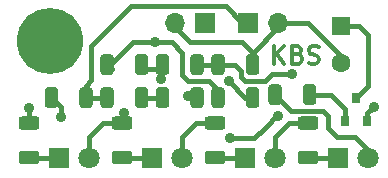
<source format=gbr>
%TF.GenerationSoftware,KiCad,Pcbnew,5.1.10-1.fc32*%
%TF.CreationDate,2021-08-01T16:38:55+02:00*%
%TF.ProjectId,lm324_therm_bar,6c6d3332-345f-4746-9865-726d5f626172,rev?*%
%TF.SameCoordinates,Original*%
%TF.FileFunction,Copper,L1,Top*%
%TF.FilePolarity,Positive*%
%FSLAX46Y46*%
G04 Gerber Fmt 4.6, Leading zero omitted, Abs format (unit mm)*
G04 Created by KiCad (PCBNEW 5.1.10-1.fc32) date 2021-08-01 16:38:55*
%MOMM*%
%LPD*%
G01*
G04 APERTURE LIST*
%TA.AperFunction,NonConductor*%
%ADD10C,0.300000*%
%TD*%
%TA.AperFunction,ComponentPad*%
%ADD11C,5.600000*%
%TD*%
%TA.AperFunction,ComponentPad*%
%ADD12C,1.800000*%
%TD*%
%TA.AperFunction,ComponentPad*%
%ADD13R,1.800000X1.800000*%
%TD*%
%TA.AperFunction,ComponentPad*%
%ADD14R,1.700000X1.700000*%
%TD*%
%TA.AperFunction,ComponentPad*%
%ADD15O,1.700000X1.700000*%
%TD*%
%TA.AperFunction,SMDPad,CuDef*%
%ADD16R,0.800000X0.900000*%
%TD*%
%TA.AperFunction,ComponentPad*%
%ADD17R,1.600000X1.600000*%
%TD*%
%TA.AperFunction,ComponentPad*%
%ADD18C,1.600000*%
%TD*%
%TA.AperFunction,ViaPad*%
%ADD19C,0.900000*%
%TD*%
%TA.AperFunction,Conductor*%
%ADD20C,0.406400*%
%TD*%
G04 APERTURE END LIST*
D10*
X77898857Y-46144571D02*
X77898857Y-44644571D01*
X78756000Y-46144571D02*
X78113142Y-45287428D01*
X78756000Y-44644571D02*
X77898857Y-45501714D01*
X79898857Y-45358857D02*
X80113142Y-45430285D01*
X80184571Y-45501714D01*
X80256000Y-45644571D01*
X80256000Y-45858857D01*
X80184571Y-46001714D01*
X80113142Y-46073142D01*
X79970285Y-46144571D01*
X79398857Y-46144571D01*
X79398857Y-44644571D01*
X79898857Y-44644571D01*
X80041714Y-44716000D01*
X80113142Y-44787428D01*
X80184571Y-44930285D01*
X80184571Y-45073142D01*
X80113142Y-45216000D01*
X80041714Y-45287428D01*
X79898857Y-45358857D01*
X79398857Y-45358857D01*
X80827428Y-46073142D02*
X81041714Y-46144571D01*
X81398857Y-46144571D01*
X81541714Y-46073142D01*
X81613142Y-46001714D01*
X81684571Y-45858857D01*
X81684571Y-45716000D01*
X81613142Y-45573142D01*
X81541714Y-45501714D01*
X81398857Y-45430285D01*
X81113142Y-45358857D01*
X80970285Y-45287428D01*
X80898857Y-45216000D01*
X80827428Y-45073142D01*
X80827428Y-44930285D01*
X80898857Y-44787428D01*
X80970285Y-44716000D01*
X81113142Y-44644571D01*
X81470285Y-44644571D01*
X81684571Y-44716000D01*
D11*
X58928000Y-44196000D03*
D12*
X62230000Y-54102000D03*
D13*
X59690000Y-54102000D03*
X67564000Y-54102000D03*
D12*
X70104000Y-54102000D03*
D13*
X75438000Y-54102000D03*
D12*
X77978000Y-54102000D03*
X85852000Y-54102000D03*
D13*
X83312000Y-54102000D03*
D14*
X72009000Y-42672000D03*
D15*
X69469000Y-42672000D03*
D16*
X83886000Y-51038000D03*
X85786000Y-51038000D03*
X84836000Y-49038000D03*
%TA.AperFunction,SMDPad,CuDef*%
G36*
G01*
X66112500Y-49647001D02*
X66112500Y-48396999D01*
G75*
G02*
X66362499Y-48147000I249999J0D01*
G01*
X66987501Y-48147000D01*
G75*
G02*
X67237500Y-48396999I0J-249999D01*
G01*
X67237500Y-49647001D01*
G75*
G02*
X66987501Y-49897000I-249999J0D01*
G01*
X66362499Y-49897000D01*
G75*
G02*
X66112500Y-49647001I0J249999D01*
G01*
G37*
%TD.AperFunction*%
%TA.AperFunction,SMDPad,CuDef*%
G36*
G01*
X63187500Y-49647001D02*
X63187500Y-48396999D01*
G75*
G02*
X63437499Y-48147000I249999J0D01*
G01*
X64062501Y-48147000D01*
G75*
G02*
X64312500Y-48396999I0J-249999D01*
G01*
X64312500Y-49647001D01*
G75*
G02*
X64062501Y-49897000I-249999J0D01*
G01*
X63437499Y-49897000D01*
G75*
G02*
X63187500Y-49647001I0J249999D01*
G01*
G37*
%TD.AperFunction*%
%TA.AperFunction,SMDPad,CuDef*%
G36*
G01*
X67886500Y-49647001D02*
X67886500Y-48396999D01*
G75*
G02*
X68136499Y-48147000I249999J0D01*
G01*
X68761501Y-48147000D01*
G75*
G02*
X69011500Y-48396999I0J-249999D01*
G01*
X69011500Y-49647001D01*
G75*
G02*
X68761501Y-49897000I-249999J0D01*
G01*
X68136499Y-49897000D01*
G75*
G02*
X67886500Y-49647001I0J249999D01*
G01*
G37*
%TD.AperFunction*%
%TA.AperFunction,SMDPad,CuDef*%
G36*
G01*
X70811500Y-49647001D02*
X70811500Y-48396999D01*
G75*
G02*
X71061499Y-48147000I249999J0D01*
G01*
X71686501Y-48147000D01*
G75*
G02*
X71936500Y-48396999I0J-249999D01*
G01*
X71936500Y-49647001D01*
G75*
G02*
X71686501Y-49897000I-249999J0D01*
G01*
X71061499Y-49897000D01*
G75*
G02*
X70811500Y-49647001I0J249999D01*
G01*
G37*
%TD.AperFunction*%
%TA.AperFunction,SMDPad,CuDef*%
G36*
G01*
X73714500Y-48396999D02*
X73714500Y-49647001D01*
G75*
G02*
X73464501Y-49897000I-249999J0D01*
G01*
X72839499Y-49897000D01*
G75*
G02*
X72589500Y-49647001I0J249999D01*
G01*
X72589500Y-48396999D01*
G75*
G02*
X72839499Y-48147000I249999J0D01*
G01*
X73464501Y-48147000D01*
G75*
G02*
X73714500Y-48396999I0J-249999D01*
G01*
G37*
%TD.AperFunction*%
%TA.AperFunction,SMDPad,CuDef*%
G36*
G01*
X76639500Y-48396999D02*
X76639500Y-49647001D01*
G75*
G02*
X76389501Y-49897000I-249999J0D01*
G01*
X75764499Y-49897000D01*
G75*
G02*
X75514500Y-49647001I0J249999D01*
G01*
X75514500Y-48396999D01*
G75*
G02*
X75764499Y-48147000I249999J0D01*
G01*
X76389501Y-48147000D01*
G75*
G02*
X76639500Y-48396999I0J-249999D01*
G01*
G37*
%TD.AperFunction*%
%TA.AperFunction,SMDPad,CuDef*%
G36*
G01*
X63187500Y-46853001D02*
X63187500Y-45602999D01*
G75*
G02*
X63437499Y-45353000I249999J0D01*
G01*
X64062501Y-45353000D01*
G75*
G02*
X64312500Y-45602999I0J-249999D01*
G01*
X64312500Y-46853001D01*
G75*
G02*
X64062501Y-47103000I-249999J0D01*
G01*
X63437499Y-47103000D01*
G75*
G02*
X63187500Y-46853001I0J249999D01*
G01*
G37*
%TD.AperFunction*%
%TA.AperFunction,SMDPad,CuDef*%
G36*
G01*
X66112500Y-46853001D02*
X66112500Y-45602999D01*
G75*
G02*
X66362499Y-45353000I249999J0D01*
G01*
X66987501Y-45353000D01*
G75*
G02*
X67237500Y-45602999I0J-249999D01*
G01*
X67237500Y-46853001D01*
G75*
G02*
X66987501Y-47103000I-249999J0D01*
G01*
X66362499Y-47103000D01*
G75*
G02*
X66112500Y-46853001I0J249999D01*
G01*
G37*
%TD.AperFunction*%
%TA.AperFunction,SMDPad,CuDef*%
G36*
G01*
X62538500Y-48396999D02*
X62538500Y-49647001D01*
G75*
G02*
X62288501Y-49897000I-249999J0D01*
G01*
X61663499Y-49897000D01*
G75*
G02*
X61413500Y-49647001I0J249999D01*
G01*
X61413500Y-48396999D01*
G75*
G02*
X61663499Y-48147000I249999J0D01*
G01*
X62288501Y-48147000D01*
G75*
G02*
X62538500Y-48396999I0J-249999D01*
G01*
G37*
%TD.AperFunction*%
%TA.AperFunction,SMDPad,CuDef*%
G36*
G01*
X59613500Y-48396999D02*
X59613500Y-49647001D01*
G75*
G02*
X59363501Y-49897000I-249999J0D01*
G01*
X58738499Y-49897000D01*
G75*
G02*
X58488500Y-49647001I0J249999D01*
G01*
X58488500Y-48396999D01*
G75*
G02*
X58738499Y-48147000I249999J0D01*
G01*
X59363501Y-48147000D01*
G75*
G02*
X59613500Y-48396999I0J-249999D01*
G01*
G37*
%TD.AperFunction*%
%TA.AperFunction,SMDPad,CuDef*%
G36*
G01*
X70811500Y-46853001D02*
X70811500Y-45602999D01*
G75*
G02*
X71061499Y-45353000I249999J0D01*
G01*
X71686501Y-45353000D01*
G75*
G02*
X71936500Y-45602999I0J-249999D01*
G01*
X71936500Y-46853001D01*
G75*
G02*
X71686501Y-47103000I-249999J0D01*
G01*
X71061499Y-47103000D01*
G75*
G02*
X70811500Y-46853001I0J249999D01*
G01*
G37*
%TD.AperFunction*%
%TA.AperFunction,SMDPad,CuDef*%
G36*
G01*
X67886500Y-46853001D02*
X67886500Y-45602999D01*
G75*
G02*
X68136499Y-45353000I249999J0D01*
G01*
X68761501Y-45353000D01*
G75*
G02*
X69011500Y-45602999I0J-249999D01*
G01*
X69011500Y-46853001D01*
G75*
G02*
X68761501Y-47103000I-249999J0D01*
G01*
X68136499Y-47103000D01*
G75*
G02*
X67886500Y-46853001I0J249999D01*
G01*
G37*
%TD.AperFunction*%
%TA.AperFunction,SMDPad,CuDef*%
G36*
G01*
X78536500Y-48142999D02*
X78536500Y-49393001D01*
G75*
G02*
X78286501Y-49643000I-249999J0D01*
G01*
X77661499Y-49643000D01*
G75*
G02*
X77411500Y-49393001I0J249999D01*
G01*
X77411500Y-48142999D01*
G75*
G02*
X77661499Y-47893000I249999J0D01*
G01*
X78286501Y-47893000D01*
G75*
G02*
X78536500Y-48142999I0J-249999D01*
G01*
G37*
%TD.AperFunction*%
%TA.AperFunction,SMDPad,CuDef*%
G36*
G01*
X81461500Y-48142999D02*
X81461500Y-49393001D01*
G75*
G02*
X81211501Y-49643000I-249999J0D01*
G01*
X80586499Y-49643000D01*
G75*
G02*
X80336500Y-49393001I0J249999D01*
G01*
X80336500Y-48142999D01*
G75*
G02*
X80586499Y-47893000I249999J0D01*
G01*
X81211501Y-47893000D01*
G75*
G02*
X81461500Y-48142999I0J-249999D01*
G01*
G37*
%TD.AperFunction*%
%TA.AperFunction,SMDPad,CuDef*%
G36*
G01*
X72589500Y-46853001D02*
X72589500Y-45602999D01*
G75*
G02*
X72839499Y-45353000I249999J0D01*
G01*
X73464501Y-45353000D01*
G75*
G02*
X73714500Y-45602999I0J-249999D01*
G01*
X73714500Y-46853001D01*
G75*
G02*
X73464501Y-47103000I-249999J0D01*
G01*
X72839499Y-47103000D01*
G75*
G02*
X72589500Y-46853001I0J249999D01*
G01*
G37*
%TD.AperFunction*%
%TA.AperFunction,SMDPad,CuDef*%
G36*
G01*
X75514500Y-46853001D02*
X75514500Y-45602999D01*
G75*
G02*
X75764499Y-45353000I249999J0D01*
G01*
X76389501Y-45353000D01*
G75*
G02*
X76639500Y-45602999I0J-249999D01*
G01*
X76639500Y-46853001D01*
G75*
G02*
X76389501Y-47103000I-249999J0D01*
G01*
X75764499Y-47103000D01*
G75*
G02*
X75514500Y-46853001I0J249999D01*
G01*
G37*
%TD.AperFunction*%
D17*
X83566000Y-42926000D03*
D18*
X83566000Y-46126000D03*
%TA.AperFunction,SMDPad,CuDef*%
G36*
G01*
X57775001Y-54664500D02*
X56524999Y-54664500D01*
G75*
G02*
X56275000Y-54414501I0J249999D01*
G01*
X56275000Y-53789499D01*
G75*
G02*
X56524999Y-53539500I249999J0D01*
G01*
X57775001Y-53539500D01*
G75*
G02*
X58025000Y-53789499I0J-249999D01*
G01*
X58025000Y-54414501D01*
G75*
G02*
X57775001Y-54664500I-249999J0D01*
G01*
G37*
%TD.AperFunction*%
%TA.AperFunction,SMDPad,CuDef*%
G36*
G01*
X57775001Y-51739500D02*
X56524999Y-51739500D01*
G75*
G02*
X56275000Y-51489501I0J249999D01*
G01*
X56275000Y-50864499D01*
G75*
G02*
X56524999Y-50614500I249999J0D01*
G01*
X57775001Y-50614500D01*
G75*
G02*
X58025000Y-50864499I0J-249999D01*
G01*
X58025000Y-51489501D01*
G75*
G02*
X57775001Y-51739500I-249999J0D01*
G01*
G37*
%TD.AperFunction*%
%TA.AperFunction,SMDPad,CuDef*%
G36*
G01*
X65649001Y-51739500D02*
X64398999Y-51739500D01*
G75*
G02*
X64149000Y-51489501I0J249999D01*
G01*
X64149000Y-50864499D01*
G75*
G02*
X64398999Y-50614500I249999J0D01*
G01*
X65649001Y-50614500D01*
G75*
G02*
X65899000Y-50864499I0J-249999D01*
G01*
X65899000Y-51489501D01*
G75*
G02*
X65649001Y-51739500I-249999J0D01*
G01*
G37*
%TD.AperFunction*%
%TA.AperFunction,SMDPad,CuDef*%
G36*
G01*
X65649001Y-54664500D02*
X64398999Y-54664500D01*
G75*
G02*
X64149000Y-54414501I0J249999D01*
G01*
X64149000Y-53789499D01*
G75*
G02*
X64398999Y-53539500I249999J0D01*
G01*
X65649001Y-53539500D01*
G75*
G02*
X65899000Y-53789499I0J-249999D01*
G01*
X65899000Y-54414501D01*
G75*
G02*
X65649001Y-54664500I-249999J0D01*
G01*
G37*
%TD.AperFunction*%
%TA.AperFunction,SMDPad,CuDef*%
G36*
G01*
X73523001Y-54664500D02*
X72272999Y-54664500D01*
G75*
G02*
X72023000Y-54414501I0J249999D01*
G01*
X72023000Y-53789499D01*
G75*
G02*
X72272999Y-53539500I249999J0D01*
G01*
X73523001Y-53539500D01*
G75*
G02*
X73773000Y-53789499I0J-249999D01*
G01*
X73773000Y-54414501D01*
G75*
G02*
X73523001Y-54664500I-249999J0D01*
G01*
G37*
%TD.AperFunction*%
%TA.AperFunction,SMDPad,CuDef*%
G36*
G01*
X73523001Y-51739500D02*
X72272999Y-51739500D01*
G75*
G02*
X72023000Y-51489501I0J249999D01*
G01*
X72023000Y-50864499D01*
G75*
G02*
X72272999Y-50614500I249999J0D01*
G01*
X73523001Y-50614500D01*
G75*
G02*
X73773000Y-50864499I0J-249999D01*
G01*
X73773000Y-51489501D01*
G75*
G02*
X73523001Y-51739500I-249999J0D01*
G01*
G37*
%TD.AperFunction*%
%TA.AperFunction,SMDPad,CuDef*%
G36*
G01*
X81397001Y-51739500D02*
X80146999Y-51739500D01*
G75*
G02*
X79897000Y-51489501I0J249999D01*
G01*
X79897000Y-50864499D01*
G75*
G02*
X80146999Y-50614500I249999J0D01*
G01*
X81397001Y-50614500D01*
G75*
G02*
X81647000Y-50864499I0J-249999D01*
G01*
X81647000Y-51489501D01*
G75*
G02*
X81397001Y-51739500I-249999J0D01*
G01*
G37*
%TD.AperFunction*%
%TA.AperFunction,SMDPad,CuDef*%
G36*
G01*
X81397001Y-54664500D02*
X80146999Y-54664500D01*
G75*
G02*
X79897000Y-54414501I0J249999D01*
G01*
X79897000Y-53789499D01*
G75*
G02*
X80146999Y-53539500I249999J0D01*
G01*
X81397001Y-53539500D01*
G75*
G02*
X81647000Y-53789499I0J-249999D01*
G01*
X81647000Y-54414501D01*
G75*
G02*
X81397001Y-54664500I-249999J0D01*
G01*
G37*
%TD.AperFunction*%
D14*
X75692000Y-42672000D03*
D15*
X78232000Y-42672000D03*
D19*
X86360000Y-49784000D03*
X59817000Y-50673000D03*
X65151000Y-50292000D03*
X70612000Y-48895000D03*
X74041000Y-47625000D03*
X67818000Y-44323000D03*
X68326000Y-47472600D03*
X74168000Y-52451000D03*
X78232000Y-50546000D03*
X79375000Y-46990000D03*
X57150000Y-49911000D03*
D20*
X83566000Y-42926000D02*
X85090000Y-42926000D01*
X85090000Y-42926000D02*
X85852000Y-43688000D01*
X85852000Y-48022000D02*
X84836000Y-49038000D01*
X85852000Y-43688000D02*
X85852000Y-48022000D01*
X76073000Y-46609000D02*
X76073000Y-45212000D01*
X78232000Y-43053000D02*
X78232000Y-42672000D01*
X76073000Y-45212000D02*
X78232000Y-43053000D01*
X69469000Y-42672000D02*
X69469000Y-43053000D01*
X69469000Y-43053000D02*
X70739000Y-44323000D01*
X75184000Y-44323000D02*
X76073000Y-45212000D01*
X70739000Y-44323000D02*
X75184000Y-44323000D01*
X80772000Y-42672000D02*
X78232000Y-42672000D01*
X83566000Y-45466000D02*
X80772000Y-42672000D01*
X83566000Y-46126000D02*
X83566000Y-45466000D01*
X85786000Y-50358000D02*
X86360000Y-49784000D01*
X85786000Y-51038000D02*
X85786000Y-50358000D01*
X63750000Y-49022000D02*
X61976000Y-49022000D01*
X61976000Y-48006000D02*
X61976000Y-49022000D01*
X62420500Y-47561500D02*
X61976000Y-48006000D01*
X62420500Y-44640500D02*
X62420500Y-47561500D01*
X65786000Y-41275000D02*
X62420500Y-44640500D01*
X73787000Y-41275000D02*
X65786000Y-41275000D01*
X75184000Y-42672000D02*
X73787000Y-41275000D01*
X75692000Y-42672000D02*
X75184000Y-42672000D01*
X59817000Y-49788000D02*
X59051000Y-49022000D01*
X59817000Y-50673000D02*
X59817000Y-49788000D01*
X62230000Y-54102000D02*
X62230000Y-52324000D01*
X63377000Y-51177000D02*
X65024000Y-51177000D01*
X62230000Y-52324000D02*
X63377000Y-51177000D01*
X65024000Y-50419000D02*
X65151000Y-50292000D01*
X65024000Y-51177000D02*
X65024000Y-50419000D01*
X59690000Y-54102000D02*
X57150000Y-54102000D01*
X67564000Y-54102000D02*
X65024000Y-54102000D01*
X70104000Y-54102000D02*
X70104000Y-52324000D01*
X71251000Y-51177000D02*
X72898000Y-51177000D01*
X70104000Y-52324000D02*
X71251000Y-51177000D01*
X75438000Y-54102000D02*
X72898000Y-54102000D01*
X77978000Y-54102000D02*
X77978000Y-52324000D01*
X79125000Y-51177000D02*
X80772000Y-51177000D01*
X77978000Y-52324000D02*
X79125000Y-51177000D01*
X85852000Y-54102000D02*
X85852000Y-53467000D01*
X85852000Y-53467000D02*
X84709000Y-52324000D01*
X84709000Y-52324000D02*
X83185000Y-52324000D01*
X83185000Y-52324000D02*
X82423000Y-51562000D01*
X82423000Y-51562000D02*
X82423000Y-50546000D01*
X82423000Y-50546000D02*
X82042000Y-50165000D01*
X79371000Y-50165000D02*
X77974000Y-48768000D01*
X82042000Y-50165000D02*
X79371000Y-50165000D01*
X83312000Y-54102000D02*
X80772000Y-54102000D01*
X83886000Y-49977000D02*
X83886000Y-51038000D01*
X82677000Y-48768000D02*
X83121500Y-49212500D01*
X80899000Y-48768000D02*
X82677000Y-48768000D01*
X83121500Y-49212500D02*
X83886000Y-49977000D01*
X82931000Y-49022000D02*
X83121500Y-49212500D01*
X68449000Y-49022000D02*
X66675000Y-49022000D01*
X76077000Y-49022000D02*
X75946000Y-49022000D01*
X70739000Y-49022000D02*
X70612000Y-48895000D01*
X71374000Y-49022000D02*
X70739000Y-49022000D01*
X75438000Y-49022000D02*
X74041000Y-47625000D01*
X76077000Y-49022000D02*
X75438000Y-49022000D01*
X63750000Y-46609000D02*
X64135000Y-46609000D01*
X64008000Y-46228000D02*
X65913000Y-44323000D01*
X63750000Y-46228000D02*
X64008000Y-46228000D01*
X67818000Y-44323000D02*
X65913000Y-44323000D01*
X67818000Y-44323000D02*
X69215000Y-44323000D01*
X69215000Y-44323000D02*
X70104000Y-45212000D01*
X70104000Y-45212000D02*
X70104000Y-47117000D01*
X70104000Y-47117000D02*
X70612000Y-47625000D01*
X70612000Y-47625000D02*
X72390000Y-47625000D01*
X73152000Y-48387000D02*
X73152000Y-49022000D01*
X72390000Y-47625000D02*
X73152000Y-48387000D01*
X68449000Y-46609000D02*
X66675000Y-46609000D01*
X68449000Y-46994000D02*
X68449000Y-46609000D01*
X68449000Y-47273400D02*
X68449000Y-46609000D01*
X68449000Y-47371000D02*
X68449000Y-46228000D01*
X73152000Y-46228000D02*
X71374000Y-46228000D01*
X75057000Y-47244000D02*
X75438000Y-47625000D01*
X75438000Y-47625000D02*
X77089000Y-47625000D01*
X77089000Y-47625000D02*
X77724000Y-46990000D01*
X77724000Y-46990000D02*
X79375000Y-46990000D01*
X75057000Y-47244000D02*
X75057000Y-46736000D01*
X74549000Y-46228000D02*
X73787000Y-46228000D01*
X75057000Y-46736000D02*
X74549000Y-46228000D01*
X73152000Y-46228000D02*
X73787000Y-46228000D01*
X74168000Y-52451000D02*
X76200000Y-52451000D01*
X76200000Y-52451000D02*
X77089000Y-51562000D01*
X77089000Y-51562000D02*
X78232000Y-50419000D01*
X78232000Y-50419000D02*
X78232000Y-50546000D01*
X57150000Y-49911000D02*
X57150000Y-51177000D01*
M02*

</source>
